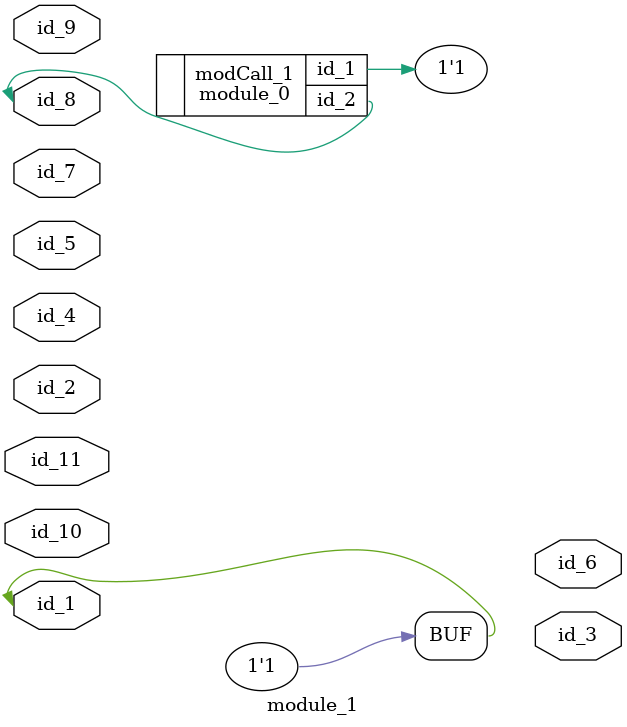
<source format=v>
module module_0 (
    id_1,
    id_2
);
  inout wire id_2;
  inout wire id_1;
  wire id_3 = -1;
  wire id_4, id_5, id_6, id_7;
  assign id_3 = 1;
  wire id_8, id_9, id_10, id_11;
endmodule
module module_1 (
    id_1,
    id_2,
    id_3,
    id_4,
    id_5,
    id_6,
    id_7,
    id_8,
    id_9,
    id_10,
    id_11
);
  inout wire id_11;
  inout wire id_10;
  inout wire id_9;
  inout wire id_8;
  input wire id_7;
  output wire id_6;
  inout wire id_5;
  input wire id_4;
  output wire id_3;
  input wire id_2;
  inout wire id_1;
  always begin : LABEL_0
    id_1 = 1;
  end
  module_0 modCall_1 (
      id_1,
      id_8
  );
endmodule

</source>
